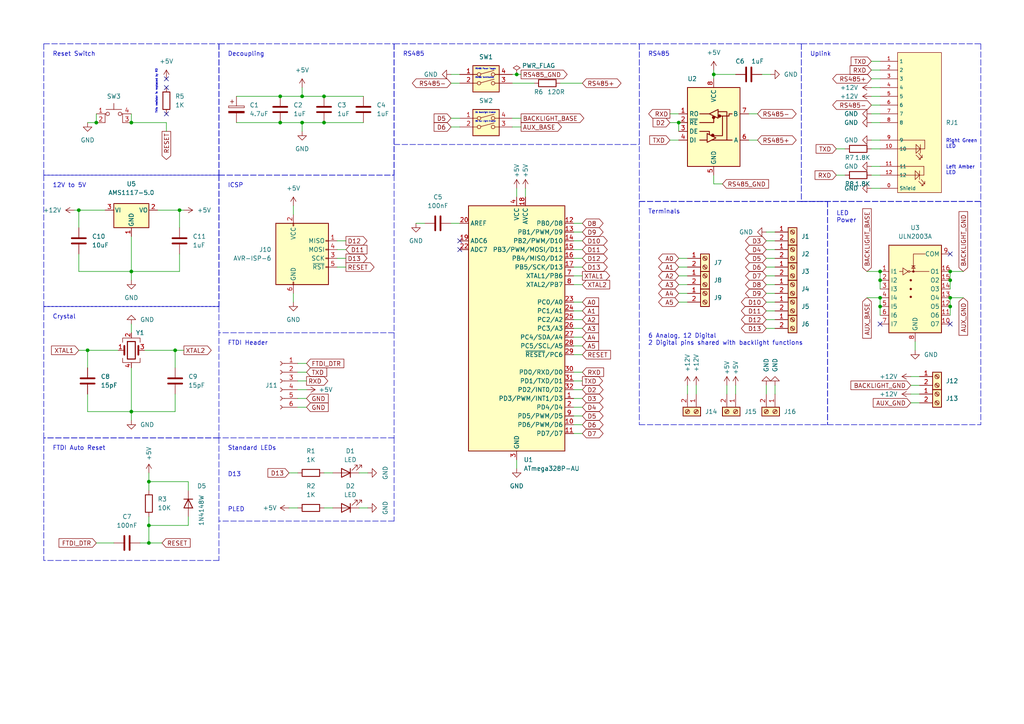
<source format=kicad_sch>
(kicad_sch (version 20211123) (generator eeschema)
  (paper "A4")
  (junction (at 52.07 60.96))
  (junction (at 81.28 27.94))
  (junction (at 93.98 35.56))
  (junction (at 255.27 88.9))
  (junction (at 255.27 78.74))
  (junction (at 93.98 27.94))
  (junction (at 207.01 21.59))
  (junction (at 38.1 35.56))
  (junction (at 149.86 21.59))
  (junction (at 43.18 152.4))
  (junction (at 22.86 60.96))
  (junction (at 275.59 78.74))
  (junction (at 275.59 86.36))
  (junction (at 196.85 35.56))
  (junction (at 38.1 78.74))
  (junction (at 43.18 157.48))
  (junction (at 87.63 35.56))
  (junction (at 255.27 86.36))
  (junction (at 275.59 81.28))
  (junction (at 255.27 81.28))
  (junction (at 25.4 101.6))
  (junction (at 275.59 88.9))
  (junction (at 50.8 101.6))
  (junction (at 38.1 119.38))
  (junction (at 87.63 27.94))
  (junction (at 43.18 139.7))
  (junction (at 81.28 35.56))
  (junction (at 27.94 35.56))
  (no_connect (at 48.26 22.86))
  (no_connect (at 133.35 69.85))
  (no_connect (at 133.35 72.39))
  (no_connect (at 275.59 73.66))
  (no_connect (at 275.59 93.98))
  (no_connect (at 255.27 93.98))
  (no_connect (at 48.26 33.02))
  (no_connect (at 48.26 25.4))
  (wire (pts (xy 168.91 82.55) (xy 166.37 82.55)))
  (wire (pts (xy 22.86 60.96) (xy 30.48 60.96)))
  (polyline (pts (xy 114.3 50.8) (xy 114.3 96.52)))
  (wire (pts (xy 22.86 78.74) (xy 38.1 78.74)))
  (wire (pts (xy 196.85 85.09) (xy 199.39 85.09)))
  (wire (pts (xy 38.1 78.74) (xy 52.07 78.74)))
  (wire (pts (xy 149.86 21.59) (xy 151.13 21.59)))
  (wire (pts (xy 252.73 25.4) (xy 255.27 25.4)))
  (wire (pts (xy 222.25 72.39) (xy 224.79 72.39)))
  (wire (pts (xy 41.91 101.6) (xy 50.8 101.6)))
  (wire (pts (xy 104.14 147.32) (xy 106.68 147.32)))
  (wire (pts (xy 252.73 22.86) (xy 255.27 22.86)))
  (wire (pts (xy 168.91 102.87) (xy 166.37 102.87)))
  (polyline (pts (xy 63.5 50.8) (xy 114.3 50.8)))
  (wire (pts (xy 252.73 40.64) (xy 255.27 40.64)))
  (polyline (pts (xy 63.5 127) (xy 12.7 127)))
  (wire (pts (xy 54.61 152.4) (xy 43.18 152.4)))
  (wire (pts (xy 25.4 119.38) (xy 38.1 119.38)))
  (wire (pts (xy 222.25 111.76) (xy 222.25 114.3)))
  (polyline (pts (xy 240.03 58.42) (xy 240.03 123.19)))
  (polyline (pts (xy 232.41 58.42) (xy 284.48 58.42)))
  (wire (pts (xy 251.46 86.36) (xy 255.27 86.36)))
  (polyline (pts (xy 12.7 50.8) (xy 12.7 88.9)))
  (polyline (pts (xy 185.42 58.42) (xy 185.42 123.19)))
  (wire (pts (xy 222.25 82.55) (xy 224.79 82.55)))
  (wire (pts (xy 43.18 139.7) (xy 43.18 142.24)))
  (wire (pts (xy 120.65 64.77) (xy 123.19 64.77)))
  (polyline (pts (xy 114.3 41.91) (xy 185.42 41.91)))
  (polyline (pts (xy 240.03 123.19) (xy 284.48 123.19)))
  (wire (pts (xy 196.85 87.63) (xy 199.39 87.63)))
  (wire (pts (xy 222.25 85.09) (xy 224.79 85.09)))
  (wire (pts (xy 275.59 88.9) (xy 275.59 91.44)))
  (polyline (pts (xy 63.5 50.8) (xy 63.5 88.9)))
  (polyline (pts (xy 232.41 58.42) (xy 284.48 58.42)))
  (polyline (pts (xy 185.42 58.42) (xy 232.41 58.42)))
  (wire (pts (xy 43.18 157.48) (xy 43.18 152.4)))
  (wire (pts (xy 130.81 21.59) (xy 133.35 21.59)))
  (wire (pts (xy 207.01 53.34) (xy 209.55 53.34)))
  (wire (pts (xy 166.37 95.25) (xy 168.91 95.25)))
  (wire (pts (xy 275.59 86.36) (xy 275.59 88.9)))
  (wire (pts (xy 222.25 92.71) (xy 224.79 92.71)))
  (wire (pts (xy 213.36 111.76) (xy 213.36 114.3)))
  (wire (pts (xy 97.79 77.47) (xy 100.33 77.47)))
  (wire (pts (xy 93.98 35.56) (xy 105.41 35.56)))
  (polyline (pts (xy 63.5 127) (xy 12.7 127)))
  (wire (pts (xy 166.37 87.63) (xy 168.91 87.63)))
  (wire (pts (xy 207.01 20.32) (xy 207.01 21.59)))
  (wire (pts (xy 166.37 92.71) (xy 168.91 92.71)))
  (wire (pts (xy 81.28 27.94) (xy 87.63 27.94)))
  (wire (pts (xy 130.81 24.13) (xy 133.35 24.13)))
  (wire (pts (xy 242.57 50.8) (xy 245.11 50.8)))
  (polyline (pts (xy 12.7 88.9) (xy 63.5 88.9)))
  (wire (pts (xy 85.09 59.69) (xy 85.09 62.23)))
  (wire (pts (xy 22.86 60.96) (xy 22.86 66.04)))
  (polyline (pts (xy 232.41 12.7) (xy 284.48 12.7)))
  (polyline (pts (xy 63.5 12.7) (xy 63.5 50.8)))
  (wire (pts (xy 25.4 35.56) (xy 27.94 35.56)))
  (wire (pts (xy 166.37 115.57) (xy 168.91 115.57)))
  (wire (pts (xy 87.63 25.4) (xy 87.63 27.94)))
  (wire (pts (xy 81.28 35.56) (xy 87.63 35.56)))
  (wire (pts (xy 222.25 90.17) (xy 224.79 90.17)))
  (wire (pts (xy 255.27 78.74) (xy 255.27 81.28)))
  (wire (pts (xy 43.18 139.7) (xy 54.61 139.7)))
  (wire (pts (xy 68.58 27.94) (xy 81.28 27.94)))
  (wire (pts (xy 166.37 72.39) (xy 168.91 72.39)))
  (wire (pts (xy 88.9 115.57) (xy 86.36 115.57)))
  (wire (pts (xy 93.98 27.94) (xy 105.41 27.94)))
  (wire (pts (xy 222.25 77.47) (xy 224.79 77.47)))
  (wire (pts (xy 168.91 24.13) (xy 162.56 24.13)))
  (wire (pts (xy 166.37 110.49) (xy 168.91 110.49)))
  (polyline (pts (xy 284.48 58.42) (xy 284.48 123.19)))
  (wire (pts (xy 210.82 111.76) (xy 210.82 114.3)))
  (polyline (pts (xy 185.42 12.7) (xy 185.42 41.91)))
  (wire (pts (xy 21.59 60.96) (xy 22.86 60.96)))
  (wire (pts (xy 166.37 113.03) (xy 168.91 113.03)))
  (wire (pts (xy 201.93 111.76) (xy 201.93 114.3)))
  (wire (pts (xy 222.25 69.85) (xy 224.79 69.85)))
  (wire (pts (xy 87.63 35.56) (xy 93.98 35.56)))
  (polyline (pts (xy 63.5 12.7) (xy 63.5 50.8)))
  (wire (pts (xy 264.16 109.22) (xy 266.7 109.22)))
  (wire (pts (xy 222.25 67.31) (xy 224.79 67.31)))
  (wire (pts (xy 199.39 111.76) (xy 199.39 114.3)))
  (wire (pts (xy 50.8 119.38) (xy 38.1 119.38)))
  (wire (pts (xy 166.37 74.93) (xy 168.91 74.93)))
  (wire (pts (xy 25.4 114.3) (xy 25.4 119.38)))
  (wire (pts (xy 166.37 69.85) (xy 168.91 69.85)))
  (wire (pts (xy 43.18 137.16) (xy 43.18 139.7)))
  (wire (pts (xy 207.01 21.59) (xy 207.01 22.86)))
  (wire (pts (xy 207.01 21.59) (xy 213.36 21.59)))
  (wire (pts (xy 279.4 78.74) (xy 275.59 78.74)))
  (wire (pts (xy 194.31 35.56) (xy 196.85 35.56)))
  (polyline (pts (xy 185.42 12.7) (xy 232.41 12.7)))
  (wire (pts (xy 87.63 35.56) (xy 87.63 38.1)))
  (wire (pts (xy 97.79 72.39) (xy 100.33 72.39)))
  (wire (pts (xy 207.01 50.8) (xy 207.01 53.34)))
  (wire (pts (xy 166.37 100.33) (xy 168.91 100.33)))
  (wire (pts (xy 43.18 152.4) (xy 43.18 149.86)))
  (polyline (pts (xy 232.41 12.7) (xy 232.41 58.42)))
  (wire (pts (xy 252.73 54.61) (xy 255.27 54.61)))
  (polyline (pts (xy 63.5 50.8) (xy 114.3 50.8)))
  (polyline (pts (xy 114.3 151.13) (xy 63.5 151.13)))
  (wire (pts (xy 50.8 114.3) (xy 50.8 119.38)))
  (polyline (pts (xy 12.7 88.9) (xy 12.7 127)))
  (wire (pts (xy 196.85 35.56) (xy 196.85 38.1)))
  (polyline (pts (xy 114.3 127) (xy 114.3 151.13)))
  (wire (pts (xy 52.07 60.96) (xy 53.34 60.96)))
  (wire (pts (xy 97.79 74.93) (xy 100.33 74.93)))
  (polyline (pts (xy 114.3 96.52) (xy 63.5 96.52)))
  (wire (pts (xy 27.94 157.48) (xy 33.02 157.48)))
  (wire (pts (xy 25.4 101.6) (xy 25.4 106.68)))
  (wire (pts (xy 87.63 27.94) (xy 93.98 27.94)))
  (wire (pts (xy 265.43 99.06) (xy 265.43 101.6)))
  (wire (pts (xy 194.31 40.64) (xy 196.85 40.64)))
  (wire (pts (xy 38.1 68.58) (xy 38.1 78.74)))
  (polyline (pts (xy 63.5 50.8) (xy 12.7 50.8)))
  (wire (pts (xy 148.59 24.13) (xy 154.94 24.13)))
  (polyline (pts (xy 63.5 88.9) (xy 12.7 88.9)))
  (wire (pts (xy 54.61 149.86) (xy 54.61 152.4)))
  (wire (pts (xy 149.86 54.61) (xy 149.86 57.15)))
  (wire (pts (xy 52.07 78.74) (xy 52.07 73.66)))
  (wire (pts (xy 38.1 106.68) (xy 38.1 119.38)))
  (wire (pts (xy 68.58 35.56) (xy 81.28 35.56)))
  (wire (pts (xy 252.73 20.32) (xy 255.27 20.32)))
  (wire (pts (xy 38.1 33.02) (xy 38.1 35.56)))
  (wire (pts (xy 166.37 97.79) (xy 168.91 97.79)))
  (wire (pts (xy 251.46 78.74) (xy 255.27 78.74)))
  (wire (pts (xy 148.59 21.59) (xy 149.86 21.59)))
  (polyline (pts (xy 114.3 12.7) (xy 114.3 50.8)))
  (polyline (pts (xy 114.3 12.7) (xy 185.42 12.7)))
  (wire (pts (xy 83.82 147.32) (xy 86.36 147.32)))
  (polyline (pts (xy 12.7 127) (xy 12.7 162.56)))
  (wire (pts (xy 88.9 118.11) (xy 86.36 118.11)))
  (wire (pts (xy 166.37 90.17) (xy 168.91 90.17)))
  (wire (pts (xy 196.85 82.55) (xy 199.39 82.55)))
  (wire (pts (xy 93.98 147.32) (xy 96.52 147.32)))
  (wire (pts (xy 255.27 86.36) (xy 255.27 88.9)))
  (wire (pts (xy 166.37 120.65) (xy 168.91 120.65)))
  (wire (pts (xy 83.82 137.16) (xy 86.36 137.16)))
  (wire (pts (xy 252.73 43.18) (xy 255.27 43.18)))
  (wire (pts (xy 148.59 34.29) (xy 151.13 34.29)))
  (wire (pts (xy 275.59 81.28) (xy 275.59 83.82)))
  (polyline (pts (xy 63.5 50.8) (xy 63.5 88.9)))
  (wire (pts (xy 252.73 48.26) (xy 255.27 48.26)))
  (wire (pts (xy 279.4 86.36) (xy 275.59 86.36)))
  (wire (pts (xy 54.61 142.24) (xy 54.61 139.7)))
  (wire (pts (xy 252.73 35.56) (xy 255.27 35.56)))
  (polyline (pts (xy 63.5 162.56) (xy 12.7 162.56)))
  (wire (pts (xy 220.98 21.59) (xy 223.52 21.59)))
  (wire (pts (xy 85.09 85.09) (xy 85.09 87.63)))
  (wire (pts (xy 130.81 36.83) (xy 133.35 36.83)))
  (wire (pts (xy 45.72 60.96) (xy 52.07 60.96)))
  (wire (pts (xy 166.37 125.73) (xy 168.91 125.73)))
  (polyline (pts (xy 185.42 58.42) (xy 240.03 58.42)))
  (wire (pts (xy 148.59 36.83) (xy 151.13 36.83)))
  (wire (pts (xy 217.17 33.02) (xy 219.71 33.02)))
  (wire (pts (xy 38.1 78.74) (xy 38.1 81.28)))
  (wire (pts (xy 264.16 111.76) (xy 266.7 111.76)))
  (wire (pts (xy 50.8 101.6) (xy 53.34 101.6)))
  (wire (pts (xy 194.31 33.02) (xy 196.85 33.02)))
  (wire (pts (xy 22.86 78.74) (xy 22.86 73.66)))
  (wire (pts (xy 149.86 133.35) (xy 149.86 135.89)))
  (wire (pts (xy 255.27 88.9) (xy 255.27 91.44)))
  (polyline (pts (xy 63.5 12.7) (xy 114.3 12.7)))
  (wire (pts (xy 166.37 118.11) (xy 168.91 118.11)))
  (wire (pts (xy 252.73 27.94) (xy 255.27 27.94)))
  (polyline (pts (xy 240.03 58.42) (xy 240.03 123.19)))
  (wire (pts (xy 130.81 34.29) (xy 133.35 34.29)))
  (wire (pts (xy 48.26 35.56) (xy 48.26 38.1)))
  (wire (pts (xy 38.1 119.38) (xy 38.1 121.92)))
  (polyline (pts (xy 63.5 88.9) (xy 63.5 127)))
  (wire (pts (xy 168.91 80.01) (xy 166.37 80.01)))
  (wire (pts (xy 222.25 74.93) (xy 224.79 74.93)))
  (wire (pts (xy 166.37 77.47) (xy 168.91 77.47)))
  (polyline (pts (xy 12.7 12.7) (xy 12.7 50.8)))
  (wire (pts (xy 255.27 81.28) (xy 255.27 83.82)))
  (polyline (pts (xy 114.3 12.7) (xy 114.3 50.8)))
  (wire (pts (xy 217.17 40.64) (xy 219.71 40.64)))
  (wire (pts (xy 130.81 64.77) (xy 133.35 64.77)))
  (polyline (pts (xy 12.7 12.7) (xy 63.5 12.7)))
  (wire (pts (xy 275.59 78.74) (xy 275.59 81.28)))
  (wire (pts (xy 222.25 80.01) (xy 224.79 80.01)))
  (wire (pts (xy 52.07 60.96) (xy 52.07 66.04)))
  (wire (pts (xy 38.1 35.56) (xy 48.26 35.56)))
  (wire (pts (xy 224.79 111.76) (xy 224.79 114.3)))
  (wire (pts (xy 264.16 116.84) (xy 266.7 116.84)))
  (wire (pts (xy 252.73 50.8) (xy 255.27 50.8)))
  (wire (pts (xy 264.16 114.3) (xy 266.7 114.3)))
  (polyline (pts (xy 63.5 127) (xy 63.5 162.56)))
  (wire (pts (xy 88.9 105.41) (xy 86.36 105.41)))
  (wire (pts (xy 43.18 157.48) (xy 46.99 157.48)))
  (wire (pts (xy 166.37 107.95) (xy 168.91 107.95)))
  (wire (pts (xy 27.94 33.02) (xy 27.94 35.56)))
  (wire (pts (xy 252.73 17.78) (xy 255.27 17.78)))
  (polyline (pts (xy 185.42 123.19) (xy 240.03 123.19)))
  (wire (pts (xy 104.14 137.16) (xy 106.68 137.16)))
  (wire (pts (xy 93.98 137.16) (xy 96.52 137.16)))
  (polyline (pts (xy 185.42 12.7) (xy 185.42 58.42)))
  (wire (pts (xy 25.4 101.6) (xy 34.29 101.6)))
  (wire (pts (xy 222.25 95.25) (xy 224.79 95.25)))
  (wire (pts (xy 97.79 69.85) (xy 100.33 69.85)))
  (wire (pts (xy 22.86 101.6) (xy 25.4 101.6)))
  (wire (pts (xy 50.8 101.6) (xy 50.8 106.68)))
  (wire (pts (xy 196.85 74.93) (xy 199.39 74.93)))
  (polyline (pts (xy 114.3 127) (xy 63.5 127)))
  (wire (pts (xy 222.25 87.63) (xy 224.79 87.63)))
  (wire (pts (xy 166.37 123.19) (xy 168.91 123.19)))
  (wire (pts (xy 252.73 30.48) (xy 255.27 30.48)))
  (polyline (pts (xy 232.41 12.7) (xy 232.41 58.42)))
  (wire (pts (xy 88.9 110.49) (xy 86.36 110.49)))
  (wire (pts (xy 252.73 33.02) (xy 255.27 33.02)))
  (wire (pts (xy 242.57 43.18) (xy 245.11 43.18)))
  (wire (pts (xy 40.64 157.48) (xy 43.18 157.48)))
  (wire (pts (xy 38.1 93.98) (xy 38.1 96.52)))
  (wire (pts (xy 166.37 64.77) (xy 168.91 64.77)))
  (wire (pts (xy 88.9 107.95) (xy 86.36 107.95)))
  (polyline (pts (xy 12.7 50.8) (xy 63.5 50.8)))
  (wire (pts (xy 88.9 113.03) (xy 86.36 113.03)))
  (polyline (pts (xy 284.48 12.7) (xy 284.48 58.42)))
  (wire (pts (xy 196.85 77.47) (xy 199.39 77.47)))
  (polyline (pts (xy 114.3 96.52) (xy 114.3 127)))
  (wire (pts (xy 196.85 80.01) (xy 199.39 80.01)))
  (wire (pts (xy 166.37 67.31) (xy 168.91 67.31)))
  (wire (pts (xy 152.4 54.61) (xy 152.4 57.15)))
  (text "RS485" (at 187.96 16.51 0) (effects (font (size 1.27 1.27)) (justify left bottom)))
  (text "Decoupling" (at 66.04 16.51 0) (effects (font (size 1.27 1.27)) (justify left bottom)))
  (text "Left Amber\nLED" (at 274.32 50.8 0) (effects (font (size 1.016 1.016)) (justify left bottom)))
  (text "D13" (at 66.04 138.43 0) (effects (font (size 1.27 1.27)) (justify left bottom)))
  (text "12V to 5V" (at 15.24 54.61 0) (effects (font (size 1.27 1.27)) (justify left bottom)))
  (text "Uplink" (at 234.95 16.51 0) (effects (font (size 1.27 1.27)) (justify left bottom)))
  (text "D5 Backlight Enable" (at 137.795 33.02 0) (effects (font (size 0.381 0.381)) (justify left bottom)))
  (text "RS485 Power Toggle" (at 137.795 20.32 0) (effects (font (size 0.381 0.381)) (justify left bottom)))
  (text "RS485" (at 116.84 16.51 0) (effects (font (size 1.27 1.27)) (justify left bottom)))
  (text "6 Analog, 12 Digital\n2 Digital pins shared with backlight functions" (at 187.96 100.33 0) (effects (font (size 1.27 1.27)) (justify left bottom)))
  (text "Terminals" (at 187.96 62.23 0) (effects (font (size 1.27 1.27)) (justify left bottom)))
  (text "RS485 Termination" (at 137.795 22.86 0) (effects (font (size 0.381 0.381)) (justify left bottom)))
  (text "PLED" (at 66.04 148.59 0) (effects (font (size 1.27 1.27)) (justify left bottom)))
  (text "FTDI Header" (at 66.04 100.33 0) (effects (font (size 1.27 1.27)) (justify left bottom)))
  (text "D6 Aux Light Enable" (at 137.795 35.56 0) (effects (font (size 0.381 0.381)) (justify left bottom)))
  (text "Standard LEDs" (at 66.04 130.81 0) (effects (font (size 1.27 1.27)) (justify left bottom)))
  (text "LED\nPower" (at 242.57 64.77 0) (effects (font (size 1.27 1.27)) (justify left bottom)))
  (text "Right Green\nLED" (at 274.32 43.18 0) (effects (font (size 1.016 1.016)) (justify left bottom)))
  (text "FTDI Auto Reset" (at 15.24 130.81 0) (effects (font (size 1.27 1.27)) (justify left bottom)))
  (text "Reset Switch" (at 15.24 16.51 0) (effects (font (size 1.27 1.27)) (justify left bottom)))
  (text "Crystal" (at 15.24 92.71 0) (effects (font (size 1.27 1.27)) (justify left bottom)))
  (text "ICSP" (at 66.04 54.61 0) (effects (font (size 1.27 1.27)) (justify left bottom)))
  (text "This resistor is replaced by R3" (at 45.72 33.02 90) (effects (font (size 0.54 0.54)) (justify left bottom)))
  (global_label "A1" (shape input) (at 168.91 90.17 0) (property "Intersheet References" "${INTERSHEET_REFS}" (effects hide)))
  (global_label "A1" (shape bidirectional) (at 196.85 77.47 180) (property "Intersheet References" "${INTERSHEET_REFS}" (effects hide)))
  (global_label "RXD" (shape output) (at 88.9 110.49 0) (property "Intersheet References" "${INTERSHEET_REFS}" (effects hide)))
  (global_label "RXD" (shape input) (at 168.91 107.95 0) (property "Intersheet References" "${INTERSHEET_REFS}" (effects hide)))
  (global_label "D11" (shape bidirectional) (at 222.25 90.17 180) (property "Intersheet References" "${INTERSHEET_REFS}" (effects hide)))
  (global_label "D6" (shape bidirectional) (at 222.25 77.47 180) (property "Intersheet References" "${INTERSHEET_REFS}" (effects hide)))
  (global_label "D8" (shape bidirectional) (at 222.25 82.55 180) (property "Intersheet References" "${INTERSHEET_REFS}" (effects hide)))
  (global_label "D11" (shape bidirectional) (at 168.91 72.39 0) (property "Intersheet References" "${INTERSHEET_REFS}" (effects hide)))
  (global_label "A2" (shape bidirectional) (at 196.85 80.01 180) (property "Intersheet References" "${INTERSHEET_REFS}" (effects hide)))
  (global_label "D12" (shape bidirectional) (at 168.91 74.93 0) (property "Intersheet References" "${INTERSHEET_REFS}" (effects hide)))
  (global_label "XTAL1" (shape input) (at 22.86 101.6 180) (property "Intersheet References" "${INTERSHEET_REFS}" (effects hide)))
  (global_label "D4" (shape bidirectional) (at 222.25 72.39 180) (property "Intersheet References" "${INTERSHEET_REFS}" (effects hide)))
  (global_label "A3" (shape input) (at 168.91 95.25 0) (property "Intersheet References" "${INTERSHEET_REFS}" (effects hide)))
  (global_label "D9" (shape bidirectional) (at 222.25 85.09 180) (property "Intersheet References" "${INTERSHEET_REFS}" (effects hide)))
  (global_label "GND" (shape input) (at 88.9 115.57 0) (property "Intersheet References" "${INTERSHEET_REFS}" (effects hide)))
  (global_label "BACKLIGHT_BASE" (shape input) (at 251.46 78.74 90) (property "Intersheet References" "${INTERSHEET_REFS}" (effects hide)))
  (global_label "D13" (shape input) (at 83.82 137.16 180) (property "Intersheet References" "${INTERSHEET_REFS}" (effects hide)))
  (global_label "D2" (shape input) (at 194.31 35.56 180) (property "Intersheet References" "${INTERSHEET_REFS}" (effects hide)))
  (global_label "TXD" (shape input) (at 242.57 43.18 180) (property "Intersheet References" "${INTERSHEET_REFS}" (effects hide)))
  (global_label "RESET" (shape input) (at 168.91 102.87 0) (property "Intersheet References" "${INTERSHEET_REFS}" (effects hide)))
  (global_label "A4" (shape input) (at 168.91 97.79 0) (property "Intersheet References" "${INTERSHEET_REFS}" (effects hide)))
  (global_label "AUX_BASE" (shape output) (at 151.13 36.83 0) (property "Intersheet References" "${INTERSHEET_REFS}" (effects hide)))
  (global_label "FTDI_DTR" (shape input) (at 88.9 105.41 0) (property "Intersheet References" "${INTERSHEET_REFS}" (effects hide)))
  (global_label "RS485-" (shape bidirectional) (at 130.81 24.13 180) (property "Intersheet References" "${INTERSHEET_REFS}" (effects hide)))
  (global_label "FTDI_DTR" (shape input) (at 27.94 157.48 180) (property "Intersheet References" "${INTERSHEET_REFS}" (effects hide)))
  (global_label "AUX_GND" (shape input) (at 264.16 116.84 180) (property "Intersheet References" "${INTERSHEET_REFS}" (effects hide)))
  (global_label "A4" (shape bidirectional) (at 196.85 85.09 180) (property "Intersheet References" "${INTERSHEET_REFS}" (effects hide)))
  (global_label "RS485-" (shape bidirectional) (at 252.73 30.48 180) (property "Intersheet References" "${INTERSHEET_REFS}" (effects hide)))
  (global_label "D10" (shape bidirectional) (at 222.25 87.63 180) (property "Intersheet References" "${INTERSHEET_REFS}" (effects hide)))
  (global_label "D7" (shape bidirectional) (at 168.91 125.73 0) (property "Intersheet References" "${INTERSHEET_REFS}" (effects hide)))
  (global_label "BACKLIGHT_GND" (shape input) (at 264.16 111.76 180) (property "Intersheet References" "${INTERSHEET_REFS}" (effects hide)))
  (global_label "D13" (shape bidirectional) (at 168.91 77.47 0) (property "Intersheet References" "${INTERSHEET_REFS}" (effects hide)))
  (global_label "A0" (shape bidirectional) (at 196.85 74.93 180) (property "Intersheet References" "${INTERSHEET_REFS}" (effects hide)))
  (global_label "XTAL1" (shape output) (at 168.91 80.01 0) (property "Intersheet References" "${INTERSHEET_REFS}" (effects hide)))
  (global_label "D5" (shape bidirectional) (at 222.25 74.93 180) (property "Intersheet References" "${INTERSHEET_REFS}" (effects hide)))
  (global_label "RESET" (shape input) (at 46.99 157.48 0) (property "Intersheet References" "${INTERSHEET_REFS}" (effects hide)))
  (global_label "D13" (shape output) (at 100.33 74.93 0) (property "Intersheet References" "${INTERSHEET_REFS}" (effects hide)))
  (global_label "D3" (shape bidirectional) (at 168.91 115.57 0) (property "Intersheet References" "${INTERSHEET_REFS}" (effects hide)))
  (global_label "A5" (shape bidirectional) (at 196.85 87.63 180) (property "Intersheet References" "${INTERSHEET_REFS}" (effects hide)))
  (global_label "RS485+" (shape bidirectional) (at 168.91 24.13 0) (property "Intersheet References" "${INTERSHEET_REFS}" (effects hide)))
  (global_label "D10" (shape bidirectional) (at 168.91 69.85 0) (property "Intersheet References" "${INTERSHEET_REFS}" (effects hide)))
  (global_label "D5" (shape bidirectional) (at 168.91 120.65 0) (property "Intersheet References" "${INTERSHEET_REFS}" (effects hide)))
  (global_label "D11" (shape input) (at 100.33 72.39 0) (property "Intersheet References" "${INTERSHEET_REFS}" (effects hide)))
  (global_label "A3" (shape bidirectional) (at 196.85 82.55 180) (property "Intersheet References" "${INTERSHEET_REFS}" (effects hide)))
  (global_label "D9" (shape bidirectional) (at 168.91 67.31 0) (property "Intersheet References" "${INTERSHEET_REFS}" (effects hide)))
  (global_label "XTAL2" (shape input) (at 168.91 82.55 0) (property "Intersheet References" "${INTERSHEET_REFS}" (effects hide)))
  (global_label "GND" (shape input) (at 88.9 118.11 0) (property "Intersheet References" "${INTERSHEET_REFS}" (effects hide)))
  (global_label "A5" (shape input) (at 168.91 100.33 0) (property "Intersheet References" "${INTERSHEET_REFS}" (effects hide)))
  (global_label "RS485+" (shape bidirectional) (at 219.71 40.64 0) (property "Intersheet References" "${INTERSHEET_REFS}" (effects hide)))
  (global_label "RS485_GND" (shape output) (at 151.13 21.59 0) (property "Intersheet References" "${INTERSHEET_REFS}" (effects hide)))
  (global_label "D13" (shape bidirectional) (at 222.25 95.25 180) (property "Intersheet References" "${INTERSHEET_REFS}" (effects hide)))
  (global_label "RXD" (shape input) (at 242.57 50.8 180) (property "Intersheet References" "${INTERSHEET_REFS}" (effects hide)))
  (global_label "D5" (shape input) (at 130.81 34.29 180) (property "Intersheet References" "${INTERSHEET_REFS}" (effects hide)))
  (global_label "TXD" (shape output) (at 168.91 110.49 0) (property "Intersheet References" "${INTERSHEET_REFS}" (effects hide)))
  (global_label "D6" (shape input) (at 130.81 36.83 180) (property "Intersheet References" "${INTERSHEET_REFS}" (effects hide)))
  (global_label "D12" (shape bidirectional) (at 222.25 92.71 180) (property "Intersheet References" "${INTERSHEET_REFS}" (effects hide)))
  (global_label "D7" (shape bidirectional) (at 222.25 80.01 180) (property "Intersheet References" "${INTERSHEET_REFS}" (effects hide)))
  (global_label "D4" (shape bidirectional) (at 168.91 118.11 0) (property "Intersheet References" "${INTERSHEET_REFS}" (effects hide)))
  (global_label "RS485_GND" (shape input) (at 209.55 53.34 0) (property "Intersheet References" "${INTERSHEET_REFS}" (effects hide)))
  (global_label "D12" (shape output) (at 100.33 69.85 0) (property "Intersheet References" "${INTERSHEET_REFS}" (effects hide)))
  (global_label "D8" (shape bidirectional) (at 168.91 64.77 0) (property "Intersheet References" "${INTERSHEET_REFS}" (effects hide)))
  (global_label "RS485+" (shape bidirectional) (at 252.73 22.86 180) (property "Intersheet References" "${INTERSHEET_REFS}" (effects hide)))
  (global_label "XTAL2" (shape output) (at 53.34 101.6 0) (property "Intersheet References" "${INTERSHEET_REFS}" (effects hide)))
  (global_label "BACKLIGHT_BASE" (shape output) (at 151.13 34.29 0) (property "Intersheet References" "${INTERSHEET_REFS}" (effects hide)))
  (global_label "AUX_BASE" (shape input) (at 251.46 86.36 270) (property "Intersheet References" "${INTERSHEET_REFS}" (effects hide)))
  (global_label "A0" (shape input) (at 168.91 87.63 0) (property "Intersheet References" "${INTERSHEET_REFS}" (effects hide)))
  (global_label "A2" (shape input) (at 168.91 92.71 0) (property "Intersheet References" "${INTERSHEET_REFS}" (effects hide)))
  (global_label "D6" (shape bidirectional) (at 168.91 123.19 0) (property "Intersheet References" "${INTERSHEET_REFS}" (effects hide)))
  (global_label "BACKLIGHT_GND" (shape input) (at 279.4 78.74 90) (property "Intersheet References" "${INTERSHEET_REFS}" (effects hide)))
  (global_label "TXD" (shape input) (at 88.9 107.95 0) (property "Intersheet References" "${INTERSHEET_REFS}" (effects hide)))
  (global_label "RXD" (shape output) (at 194.31 33.02 180) (property "Intersheet References" "${INTERSHEET_REFS}" (effects hide)))
  (global_label "RS485-" (shape bidirectional) (at 219.71 33.02 0) (property "Intersheet References" "${INTERSHEET_REFS}" (effects hide)))
  (global_label "RESET" (shape output) (at 48.26 38.1 270) (property "Intersheet References" "${INTERSHEET_REFS}" (effects hide)))
  (global_label "TXD" (shape input) (at 252.73 17.78 180) (property "Intersheet References" "${INTERSHEET_REFS}" (effects hide)))
  (global_label "TXD" (shape input) (at 194.31 40.64 180) (property "Intersheet References" "${INTERSHEET_REFS}" (effects hide)))
  (global_label "AUX_GND" (shape input) (at 279.4 86.36 270) (property "Intersheet References" "${INTERSHEET_REFS}" (effects hide)))
  (global_label "RESET" (shape output) (at 100.33 77.47 0) (property "Intersheet References" "${INTERSHEET_REFS}" (effects hide)))
  (global_label "D3" (shape bidirectional) (at 222.25 69.85 180) (property "Intersheet References" "${INTERSHEET_REFS}" (effects hide)))
  (global_label "D2" (shape bidirectional) (at 168.91 113.03 0) (property "Intersheet References" "${INTERSHEET_REFS}" (effects hide)))
  (global_label "RXD" (shape input) (at 252.73 20.32 180) (property "Intersheet References" "${INTERSHEET_REFS}" (effects hide)))
  (symbol (lib_id "Connector:Screw_Terminal_01x02") (at 271.78 114.3 0) (unit 1)
    (property "Reference" "J13" (at 274.32 115.5699 0) (effects (justify left)))
    (property "Value" "Screw_Terminal_01x02" (effects hide))
    (property "Footprint" "A10 KiCad Libraries:CONN-TH_WJ126V-5.0-2P" (effects hide))
    (property "LCSC" "C8404" (effects hide))
  )
  (symbol (lib_id "Device:D") (at 54.61 146.05 270) (unit 1)
    (property "Reference" "D5" (at 57.15 140.97 90) (effects (justify left)))
    (property "Value" "1N4148W" (at 58.42 143.51 0) (effects (justify left)))
    (property "Footprint" "Diode_SMD:D_SOD-123" (effects hide))
    (property "LCSC" "C81598" (effects hide))
  )
  (symbol (lib_id "power:+5V") (at 149.86 54.61 0) (unit 1)
    (property "Reference" "#PWR0124" (effects hide))
    (property "Value" "+5V" (at 149.86 49.53 90))
  )
  (symbol (lib_id "Switch:SW_DIP_x02") (at 140.97 24.13 0) (unit 1)
    (property "Reference" "SW1" (at 140.97 16.51 0))
    (property "Value" "SW_DIP_x02" (effects hide))
    (property "Footprint" "A10 KiCad Libraries:SW-SMD_DSHP02TSGER" (effects hide))
    (property "LCSC" "C367376" (effects hide))
  )
  (symbol (lib_id "Device:C") (at 36.83 157.48 270) (unit 1)
    (property "Reference" "C7" (at 36.83 149.86 90))
    (property "Value" "100nF" (at 36.83 152.4 90))
    (property "Footprint" "A10 KiCad Libraries:C0402" (effects hide))
    (property "LCSC" "C1525" (effects hide))
  )
  (symbol (lib_id "power:GND") (at 223.52 21.59 90) (unit 1)
    (property "Reference" "#PWR0128" (effects hide))
    (property "Value" "GND" (at 227.33 21.5899 90) (effects (justify right)))
  )
  (symbol (lib_id "power:GND") (at 38.1 121.92 0) (unit 1)
    (property "Reference" "#PWR0123" (effects hide))
    (property "Value" "GND" (at 40.64 123.1899 0) (effects (justify left)))
  )
  (symbol (lib_id "power:+12V") (at 21.59 60.96 90) (unit 1)
    (property "Reference" "#PWR0103" (effects hide))
    (property "Value" "+12V" (at 17.78 60.9599 90) (effects (justify left)))
  )
  (symbol (lib_id "power:GND") (at 38.1 81.28 0) (unit 1)
    (property "Reference" "#PWR0121" (effects hide))
    (property "Value" "GND" (at 38.1 86.36 0))
  )
  (symbol (lib_id "Device:R") (at 90.17 137.16 90) (unit 1)
    (property "Reference" "R1" (at 90.17 130.81 90))
    (property "Value" "1K" (at 90.17 133.35 90))
    (property "Footprint" "Resistor_SMD:R_0805_2012Metric" (effects hide))
    (property "LCSC" "C17513" (effects hide))
  )
  (symbol (lib_id "Device:LED") (at 100.33 137.16 180) (unit 1)
    (property "Reference" "D1" (at 101.6 130.81 0))
    (property "Value" "LED" (at 101.6 133.35 0))
    (property "Footprint" "LED_SMD:LED_0603_1608Metric" (effects hide))
    (property "LCSC" "C72041" (effects hide))
  )
  (symbol (lib_id "power:+5V") (at 88.9 113.03 270) (mirror x) (unit 1)
    (property "Reference" "#PWR0117" (effects hide))
    (property "Value" "+5V" (at 96.52 113.03 90) (effects (justify right)))
  )
  (symbol (lib_id "power:+5V") (at 53.34 60.96 270) (unit 1)
    (property "Reference" "#PWR0106" (effects hide))
    (property "Value" "+5V" (at 57.15 60.9599 90) (effects (justify left)))
  )
  (symbol (lib_id "power:GND") (at 106.68 137.16 90) (unit 1)
    (property "Reference" "#PWR0115" (effects hide))
    (property "Value" "GND" (at 111.76 137.16 0))
  )
  (symbol (lib_id "power:+5V") (at 87.63 25.4 0) (unit 1)
    (property "Reference" "#PWR0114" (effects hide))
    (property "Value" "+5V" (at 87.63 20.32 0))
  )
  (symbol (lib_id "Connector:Screw_Terminal_01x02") (at 229.87 82.55 0) (unit 1)
    (property "Reference" "J4" (at 232.41 83.8199 0) (effects (justify left)))
    (property "Value" "Screw_Terminal_01x02" (effects hide))
    (property "Footprint" "A10 KiCad Libraries:CONN-TH_WJ126V-5.0-2P" (effects hide))
    (property "LCSC" "C8404" (effects hide))
  )
  (symbol (lib_id "Device:C") (at 52.07 69.85 0) (unit 1)
    (property "Reference" "C11" (at 55.88 68.5799 0) (effects (justify left)))
    (property "Value" "1uF" (at 55.88 71.1199 0) (effects (justify left)))
    (property "Footprint" "A10 KiCad Libraries:C0402" (effects hide))
    (property "LCSC" "C52923" (effects hide))
  )
  (symbol (lib_id "Device:LED") (at 100.33 147.32 180) (unit 1)
    (property "Reference" "D2" (at 101.6 140.97 0))
    (property "Value" "LED" (at 101.6 143.51 0))
    (property "Footprint" "LED_SMD:LED_0603_1608Metric" (effects hide))
    (property "LCSC" "C72041" (effects hide))
  )
  (symbol (lib_id "Connector:Screw_Terminal_01x02") (at 271.78 109.22 0) (unit 1)
    (property "Reference" "J12" (at 274.32 110.4899 0) (effects (justify left)))
    (property "Value" "Screw_Terminal_01x02" (effects hide))
    (property "Footprint" "A10 KiCad Libraries:CONN-TH_WJ126V-5.0-2P" (effects hide))
    (property "LCSC" "C8404" (effects hide))
  )
  (symbol (lib_id "power:+5V") (at 85.09 59.69 0) (unit 1)
    (property "Reference" "#PWR0113" (effects hide))
    (property "Value" "+5V" (at 85.09 54.61 0))
  )
  (symbol (lib_id "power:GND") (at 106.68 147.32 90) (unit 1)
    (property "Reference" "#PWR0116" (effects hide))
    (property "Value" "GND" (at 111.76 147.32 0))
  )
  (symbol (lib_id "power:GND") (at 149.86 135.89 0) (unit 1)
    (property "Reference" "#PWR0129" (effects hide))
    (property "Value" "GND" (at 149.86 140.97 0))
  )
  (symbol (lib_id "Connector:Screw_Terminal_01x02") (at 204.47 74.93 0) (unit 1)
    (property "Reference" "J7" (at 207.01 76.1999 0) (effects (justify left)))
    (property "Value" "Screw_Terminal_01x02" (effects hide))
    (property "Footprint" "A10 KiCad Libraries:CONN-TH_WJ126V-5.0-2P" (effects hide))
    (property "LCSC" "C8404" (effects hide))
  )
  (symbol (lib_id "Device:C") (at 81.28 31.75 0) (unit 1)
    (property "Reference" "C2" (at 85.09 30.4799 0) (effects (justify left)))
    (property "Value" "1uF" (at 85.09 33.0199 0) (effects (justify left)))
    (property "Footprint" "A10 KiCad Libraries:C0402" (effects hide))
    (property "LCSC" "C52923" (effects hide))
  )
  (symbol (lib_id "Connector:Screw_Terminal_01x02") (at 229.87 92.71 0) (unit 1)
    (property "Reference" "J6" (at 232.41 93.9799 0) (effects (justify left)))
    (property "Value" "Screw_Terminal_01x02" (effects hide))
    (property "Footprint" "A10 KiCad Libraries:CONN-TH_WJ126V-5.0-2P" (effects hide))
    (property "LCSC" "C8404" (effects hide))
  )
  (symbol (lib_id "Connector:Screw_Terminal_01x02") (at 204.47 80.01 0) (unit 1)
    (property "Reference" "J8" (at 207.01 81.2799 0) (effects (justify left)))
    (property "Value" "Screw_Terminal_01x02" (effects hide))
    (property "Footprint" "A10 KiCad Libraries:CONN-TH_WJ126V-5.0-2P" (effects hide))
    (property "LCSC" "C8404" (effects hide))
  )
  (symbol (lib_id "Connector:AVR-ISP-6") (at 87.63 74.93 0) (unit 1)
    (property "Reference" "J10" (at 78.74 72.3899 0) (effects (justify right)))
    (property "Value" "AVR-ISP-6" (at 78.74 74.9299 0) (effects (justify right)))
    (property "Footprint" "Connector_PinHeader_2.54mm:PinHeader_2x03_P2.54mm_Vertical" (effects hide))
    (property "Datasheet" " ~" (effects hide))
    (property "LCSC" "C492420" (effects hide))
  )
  (symbol (lib_id "Connector:Conn_01x06_Female") (at 81.28 110.49 0) (mirror y) (unit 1)
    (property "Reference" "J11" (at 78.74 111.76 0))
    (property "Value" "Conn_01x06_Female" (effects hide))
    (property "Footprint" "Connector_PinSocket_2.54mm:PinSocket_1x06_P2.54mm_Vertical" (effects hide))
    (property "LCSC" "C40877" (effects hide))
  )
  (symbol (lib_id "Device:C") (at 22.86 69.85 0) (unit 1)
    (property "Reference" "C10" (at 26.67 68.5799 0) (effects (justify left)))
    (property "Value" "10uF" (at 26.67 71.1199 0) (effects (justify left)))
    (property "Footprint" "A10 KiCad Libraries:C0402" (effects hide))
    (property "LCSC" "C15525" (effects hide))
  )
  (symbol (lib_id "Switch:SW_DIP_x02") (at 140.97 36.83 0) (unit 1)
    (property "Reference" "SW2" (at 140.97 29.21 0))
    (property "Value" "SW_DIP_x02" (effects hide))
    (property "Footprint" "A10 KiCad Libraries:SW-SMD_DSHP02TSGER" (effects hide))
    (property "LCSC" "C367376" (effects hide))
  )
  (symbol (lib_id "Transistor_Array:ULN2003A") (at 265.43 83.82 0) (unit 1)
    (property "Reference" "U3" (at 265.43 66.04 0))
    (property "Value" "ULN2003A" (at 265.43 68.58 0))
    (property "Footprint" "A10 KiCad Libraries:SOP-16_L10.0-W3.9-P1.27-LS6.0-BL" (effects hide))
    (property "Datasheet" "http://www.ti.com/lit/ds/symlink/uln2003a.pdf" (effects hide))
    (property "LCSC" "C7512" (effects hide))
  )
  (symbol (lib_id "power:GND") (at 265.43 101.6 0) (unit 1)
    (property "Reference" "#PWR0138" (effects hide))
    (property "Value" "GND" (at 267.97 102.8699 0) (effects (justify left)))
  )
  (symbol (lib_id "power:+5V") (at 48.26 22.86 0) (unit 1)
    (property "Reference" "#PWR0105" (effects hide))
    (property "Value" "+5V" (at 48.26 17.78 0))
  )
  (symbol (lib_id "power:+12V") (at 199.39 111.76 0) (unit 1)
    (property "Reference" "#PWR0143" (effects hide))
    (property "Value" "+12V" (at 199.39 107.95 90) (effects (justify left)))
  )
  (symbol (lib_id "power:GND") (at 252.73 35.56 270) (unit 1)
    (property "Reference" "#PWR0133" (effects hide))
    (property "Value" "GND" (at 248.92 35.5599 90) (effects (justify right)))
  )
  (symbol (lib_id "Connector:Screw_Terminal_01x02") (at 229.87 87.63 0) (unit 1)
    (property "Reference" "J5" (at 232.41 88.8999 0) (effects (justify left)))
    (property "Value" "Screw_Terminal_01x02" (effects hide))
    (property "Footprint" "A10 KiCad Libraries:CONN-TH_WJ126V-5.0-2P" (effects hide))
    (property "LCSC" "C8404" (effects hide))
  )
  (symbol (lib_id "Device:C") (at 25.4 110.49 180) (unit 1)
    (property "Reference" "C8" (at 29.21 109.2199 0) (effects (justify right)))
    (property "Value" "15pF" (at 29.21 111.7599 0) (effects (justify right)))
    (property "Footprint" "A10 KiCad Libraries:C0402" (effects hide))
    (property "LCSC" "C1548" (effects hide))
  )
  (symbol (lib_id "Device:R") (at 48.26 29.21 0) (unit 1) (in_bom no) (on_board no)
    (property "Reference" "R5" (at 50.8 27.9399 0) (effects (justify left)))
    (property "Value" "1K" (at 50.8 30.4799 0) (effects (justify left)))
    (property "Footprint" "Resistor_SMD:R_0805_2012Metric" (effects hide))
    (property "LCSC" "C17513" (effects hide))
  )
  (symbol (lib_id "Device:C") (at 93.98 31.75 0) (unit 1)
    (property "Reference" "C3" (at 97.79 30.4799 0) (effects (justify left)))
    (property "Value" "1uF" (at 97.79 33.0199 0) (effects (justify left)))
    (property "Footprint" "A10 KiCad Libraries:C0402" (effects hide))
    (property "LCSC" "C52923" (effects hide))
  )
  (symbol (lib_id "power:+5V") (at 152.4 54.61 0) (unit 1)
    (property "Reference" "#PWR0125" (effects hide))
    (property "Value" "+5V" (at 152.4 49.53 90))
  )
  (symbol (lib_id "Device:C") (at 217.17 21.59 90) (unit 1)
    (property "Reference" "C6" (at 214.63 17.78 90))
    (property "Value" "1uF" (at 219.71 17.78 90))
    (property "Footprint" "A10 KiCad Libraries:C0402" (effects hide))
    (property "LCSC" "C52923" (effects hide))
  )
  (symbol (lib_id "Device:R") (at 158.75 24.13 270) (unit 1)
    (property "Reference" "R6" (at 156.21 26.67 90))
    (property "Value" "120R" (at 161.29 26.67 90))
    (property "Footprint" "Resistor_SMD:R_0805_2012Metric" (effects hide))
    (property "LCSC" "C17437" (effects hide))
  )
  (symbol (lib_id "Device:R") (at 43.18 146.05 0) (unit 1)
    (property "Reference" "R3" (at 45.72 144.7799 0) (effects (justify left)))
    (property "Value" "10K" (at 45.72 147.3199 0) (effects (justify left)))
    (property "Footprint" "Resistor_SMD:R_0805_2012Metric" (effects hide))
    (property "LCSC" "C17414" (effects hide))
  )
  (symbol (lib_id "power:GND") (at 252.73 33.02 270) (unit 1)
    (property "Reference" "#PWR0136" (effects hide))
    (property "Value" "GND" (at 248.92 33.0199 90) (effects (justify right)))
  )
  (symbol (lib_id "power:+5V") (at 207.01 20.32 0) (unit 1)
    (property "Reference" "#PWR0127" (effects hide))
    (property "Value" "+5V" (at 207.01 15.24 0))
  )
  (symbol (lib_id "Device:C") (at 105.41 31.75 0) (unit 1)
    (property "Reference" "C4" (at 109.22 30.4799 0) (effects (justify left)))
    (property "Value" "1uF" (at 109.22 33.0199 0) (effects (justify left)))
    (property "Footprint" "A10 KiCad Libraries:C0402" (effects hide))
    (property "LCSC" "C52923" (effects hide))
  )
  (symbol (lib_id "Connector:Screw_Terminal_01x02") (at 201.93 119.38 270) (unit 1)
    (property "Reference" "J14" (at 204.47 119.38 90) (effects (justify left)))
    (property "Value" "Screw_Terminal_01x02" (effects hide))
    (property "Footprint" "A10 KiCad Libraries:CONN-TH_WJ126V-5.0-2P" (effects hide))
    (property "LCSC" "C8404" (effects hide))
  )
  (symbol (lib_id "Connector:Screw_Terminal_01x02") (at 224.79 119.38 270) (unit 1)
    (property "Reference" "J16" (at 227.33 119.3799 90) (effects (justify left)))
    (property "Value" "Screw_Terminal_01x02" (effects hide))
    (property "Footprint" "A10 KiCad Libraries:CONN-TH_WJ126V-5.0-2P" (effects hide))
    (property "LCSC" "C8404" (effects hide))
  )
  (symbol (lib_id "power:GND") (at 87.63 38.1 0) (unit 1)
    (property "Reference" "#PWR0112" (effects hide))
    (property "Value" "GND" (at 87.63 43.18 0))
  )
  (symbol (lib_id "power:GND") (at 222.25 111.76 180) (unit 1)
    (property "Reference" "#PWR0142" (effects hide))
    (property "Value" "GND" (at 222.25 107.95 90) (effects (justify right)))
  )
  (symbol (lib_id "Connector:Screw_Terminal_01x02") (at 229.87 72.39 0) (unit 1)
    (property "Reference" "J2" (at 232.41 73.6599 0) (effects (justify left)))
    (property "Value" "Screw_Terminal_01x02" (effects hide))
    (property "Footprint" "A10 KiCad Libraries:CONN-TH_WJ126V-5.0-2P" (effects hide))
    (property "LCSC" "C8404" (effects hide))
  )
  (symbol (lib_id "power:+12V") (at 252.73 25.4 90) (unit 1)
    (property "Reference" "#PWR0131" (effects hide))
    (property "Value" "+12V" (at 248.92 25.3999 90) (effects (justify left)))
  )
  (symbol (lib_id "power:+5V") (at 83.82 147.32 90) (unit 1)
    (property "Reference" "#PWR0119" (effects hide))
    (property "Value" "+5V" (at 76.2 147.32 90) (effects (justify right)))
  )
  (symbol (lib_id "A10:RJ45-B-1*1") (at 266.7 35.56 0) (unit 1)
    (property "Reference" "RJ1" (at 274.32 35.5599 0) (effects (justify left)))
    (property "Value" "RJ45-B-1*1" (effects hide))
    (property "Footprint" "A10 KiCad Libraries:RJ45-TH_B-1-1" (effects hide))
    (property "LCSC" "C138392" (effects hide))
  )
  (symbol (lib_id "A10:MAX487") (at 207.01 36.83 0) (unit 1)
    (property "Reference" "U2" (at 199.39 22.86 0) (effects (justify left)))
    (property "Value" "MAX487ESA+T" (effects hide))
    (property "Footprint" "A10 KiCad Libraries:SOIC-8_L5.0-W4.0-P1.27-LS6.0-BL" (effects hide))
    (property "Datasheet" "https://datasheets.maximintegrated.com/en/ds/MAX1487E-MAX491E.pdf" (effects hide))
    (property "LCSC" "C9953" (effects hide))
  )
  (symbol (lib_id "power:+12V") (at 264.16 114.3 90) (unit 1)
    (property "Reference" "#PWR0140" (effects hide))
    (property "Value" "+12V" (at 260.35 114.2999 90) (effects (justify left)))
  )
  (symbol (lib_id "Device:R") (at 90.17 147.32 90) (unit 1)
    (property "Reference" "R2" (at 90.17 140.97 90))
    (property "Value" "1K" (at 90.17 143.51 90))
    (property "Footprint" "Resistor_SMD:R_0805_2012Metric" (effects hide))
    (property "LCSC" "C17513" (effects hide))
  )
  (symbol (lib_id "Device:R") (at 248.92 50.8 270) (unit 1)
    (property "Reference" "R8" (at 246.38 53.34 90))
    (property "Value" "1.8K" (at 250.19 53.34 90))
    (property "Footprint" "Resistor_SMD:R_0805_2012Metric" (effects hide))
    (property "LCSC" "C17398" (effects hide))
  )
  (symbol (lib_id "power:GND") (at 25.4 35.56 0) (unit 1)
    (property "Reference" "#PWR0104" (effects hide))
    (property "Value" "GND" (at 25.4 40.64 0))
  )
  (symbol (lib_id "Connector:Screw_Terminal_01x02") (at 229.87 67.31 0) (unit 1)
    (property "Reference" "J1" (at 232.41 68.5799 0) (effects (justify left)))
    (property "Value" "Screw_Terminal_01x02" (effects hide))
    (property "Footprint" "A10 KiCad Libraries:CONN-TH_WJ126V-5.0-2P" (effects hide))
    (property "LCSC" "C8404" (effects hide))
  )
  (symbol (lib_id "power:GND") (at 85.09 87.63 0) (unit 1)
    (property "Reference" "#PWR0120" (effects hide))
    (property "Value" "GND" (at 85.09 92.71 0))
  )
  (symbol (lib_id "Switch:SW_MEC_5E") (at 33.02 35.56 0) (unit 1)
    (property "Reference" "SW3" (at 33.02 27.94 0))
    (property "Value" "SW_MEC_5E" (effects hide))
    (property "Footprint" "A10 KiCad Libraries:SW-SMD_4P-L5.1-W5.1-P3.70-LS6.5-TL-2" (effects hide))
    (property "Datasheet" "http://www.apem.com/int/index.php?controller=attachment&id_attachment=1371" (effects hide))
    (property "LCSC" "C318884" (effects hide))
  )
  (symbol (lib_id "power:+5V") (at 210.82 111.76 0) (unit 1)
    (property "Reference" "#PWR0145" (effects hide))
    (property "Value" "+5V" (at 210.82 106.68 90))
  )
  (symbol (lib_id "power:+5V") (at 213.36 111.76 0) (unit 1)
    (property "Reference" "#PWR0146" (effects hide))
    (property "Value" "+5V" (at 213.36 106.68 90))
  )
  (symbol (lib_id "Device:R") (at 248.92 43.18 270) (unit 1)
    (property "Reference" "R7" (at 246.38 45.72 90))
    (property "Value" "1.8K" (at 250.19 45.72 90))
    (property "Footprint" "Resistor_SMD:R_0805_2012Metric" (effects hide))
    (property "LCSC" "C17398" (effects hide))
  )
  (symbol (lib_id "Device:C") (at 127 64.77 90) (unit 1)
    (property "Reference" "C5" (at 127 57.15 90))
    (property "Value" "100nF" (at 127 59.69 90))
    (property "Footprint" "A10 KiCad Libraries:C0402" (effects hide))
    (property "LCSC" "C1525" (effects hide))
  )
  (symbol (lib_id "power:GND") (at 224.79 111.76 180) (unit 1)
    (property "Reference" "#PWR0141" (effects hide))
    (property "Value" "GND" (at 224.79 107.95 90) (effects (justify right)))
  )
  (symbol (lib_id "Connector:Screw_Terminal_01x02") (at 229.87 77.47 0) (unit 1)
    (property "Reference" "J3" (at 232.41 78.7399 0) (effects (justify left)))
    (property "Value" "Screw_Terminal_01x02" (effects hide))
    (property "Footprint" "A10 KiCad Libraries:CONN-TH_WJ126V-5.0-2P" (effects hide))
    (property "LCSC" "C8404" (effects hide))
  )
  (symbol (lib_id "power:GND") (at 120.65 64.77 0) (unit 1)
    (property "Reference" "#PWR0111" (effects hide))
    (property "Value" "GND" (at 120.65 69.85 0))
  )
  (symbol (lib_id "power:GND") (at 252.73 40.64 270) (unit 1)
    (property "Reference" "#PWR0134" (effects hide))
    (property "Value" "GND" (at 248.92 40.6399 90) (effects (justify right)))
  )
  (symbol (lib_id "power:+12V") (at 264.16 109.22 90) (unit 1)
    (property "Reference" "#PWR0118" (effects hide))
    (property "Value" "+12V" (at 260.35 109.2199 90) (effects (justify left)))
  )
  (symbol (lib_id "power:+5V") (at 43.18 137.16 0) (unit 1)
    (property "Reference" "#PWR0101" (effects hide))
    (property "Value" "+5V" (at 43.18 129.54 90) (effects (justify right)))
  )
  (symbol (lib_id "power:GND") (at 130.81 21.59 270) (unit 1)
    (property "Reference" "#PWR0126" (effects hide))
    (property "Value" "GND" (at 127 21.5899 90) (effects (justify right)))
  )
  (symbol (lib_id "power:GND") (at 252.73 48.26 270) (unit 1)
    (property "Reference" "#PWR0137" (effects hide))
    (property "Value" "GND" (at 248.92 48.2599 90) (effects (justify right)))
  )
  (symbol (lib_id "MCU_Microchip_ATmega:ATmega328P-A") (at 149.86 95.25 0) (unit 1)
    (property "Reference" "U1" (at 151.8794 133.35 0) (effects (justify left)))
    (property "Value" "ATmega328P-AU" (at 151.8794 135.89 0) (effects (justify left)))
    (property "Footprint" "Package_QFP:TQFP-32_7x7mm_P0.8mm" (effects hide))
    (property "Datasheet" "http://ww1.microchip.com/downloads/en/DeviceDoc/ATmega328_P%20AVR%20MCU%20with%20picoPower%20Technology%20Data%20Sheet%2040001984A.pdf" (effects hide))
    (property "LCSC" "C14877" (effects hide))
  )
  (symbol (lib_id "power:+12V") (at 201.93 111.76 0) (unit 1)
    (property "Reference" "#PWR0144" (effects hide))
    (property "Value" "+12V" (at 201.93 107.95 90) (effects (justify left)))
  )
  (symbol (lib_id "power:GND") (at 222.25 67.31 270) (unit 1)
    (property "Reference" "#PWR0107" (effects hide))
    (property "Value" "GND" (at 218.44 67.3099 90) (effects (justify right)))
  )
  (symbol (lib_id "Regulator_Linear:AMS1117-5.0") (at 38.1 60.96 0) (unit 1)
    (property "Reference" "U5" (at 38.1 53.34 0))
    (property "Value" "AMS1117-5.0" (at 38.1 55.88 0))
    (property "Footprint" "Package_TO_SOT_SMD:SOT-223-3_TabPin2" (effects hide))
    (property "Datasheet" "http://www.advanced-monolithic.com/pdf/ds1117.pdf" (effects hide))
    (property "LCSC" "C6187" (effects hide))
  )
  (symbol (lib_id "Device:C_Polarized") (at 68.58 31.75 0) (unit 1)
    (property "Reference" "C1" (at 72.39 30.48 0) (effects (justify left)))
    (property "Value" "4.7uF" (at 72.39 33.02 0) (effects (justify left)))
    (property "Footprint" "A10 KiCad Libraries:C0805" (effects hide))
    (property "LCSC" "C1779" (effects hide))
  )
  (symbol (lib_id "power:PWR_FLAG") (at 149.86 21.59 0) (unit 1)
    (property "Reference" "#FLG0101" (effects hide))
    (property "Value" "PWR_FLAG" (at 156.21 19.05 0))
  )
  (symbol (lib_id "power:GND") (at 38.1 93.98 180) (unit 1)
    (property "Reference" "#PWR0122" (effects hide))
    (property "Value" "GND" (at 40.64 92.7099 0) (effects (justify right)))
  )
  (symbol (lib_id "power:GND") (at 252.73 54.61 270) (unit 1)
    (property "Reference" "#PWR0139" (effects hide))
    (property "Value" "GND" (at 248.92 54.6099 90) (effects (justify right)))
  )
  (symbol (lib_id "Device:Crystal_GND24") (at 38.1 101.6 0) (unit 1)
    (property "Reference" "Y1" (at 40.64 96.52 0))
    (property "Value" "Crystal_GND24" (effects hide))
    (property "Footprint" "Crystal:Crystal_SMD_3225-4Pin_3.2x2.5mm" (effects hide))
    (property "LCSC" "C13738" (effects hide))
  )
  (symbol (lib_id "Connector:Screw_Terminal_01x02") (at 213.36 119.38 270) (unit 1)
    (property "Reference" "J15" (at 215.9 119.3799 90) (effects (justify left)))
    (property "Value" "Screw_Terminal_01x02" (effects hide))
    (property "Footprint" "A10 KiCad Libraries:CONN-TH_WJ126V-5.0-2P" (effects hide))
    (property "LCSC" "C8404" (effects hide))
  )
  (symbol (lib_id "power:+12V") (at 252.73 27.94 90) (unit 1)
    (property "Reference" "#PWR0132" (effects hide))
    (property "Value" "+12V" (at 248.92 27.9399 90) (effects (justify left)))
  )
  (symbol (lib_id "Connector:Screw_Terminal_01x02") (at 204.47 85.09 0) (unit 1)
    (property "Reference" "J9" (at 207.01 86.3599 0) (effects (justify left)))
    (property "Value" "Screw_Terminal_01x02" (effects hide))
    (property "Footprint" "A10 KiCad Libraries:CONN-TH_WJ126V-5.0-2P" (effects hide))
    (property "LCSC" "C8404" (effects hide))
  )
  (symbol (lib_id "Device:C") (at 50.8 110.49 0) (unit 1)
    (property "Reference" "C9" (at 54.61 109.2199 0) (effects (justify left)))
    (property "Value" "15pF" (at 54.61 111.7599 0) (effects (justify left)))
    (property "Footprint" "A10 KiCad Libraries:C0402" (effects hide))
    (property "LCSC" "C1548" (effects hide))
  )
)
</source>
